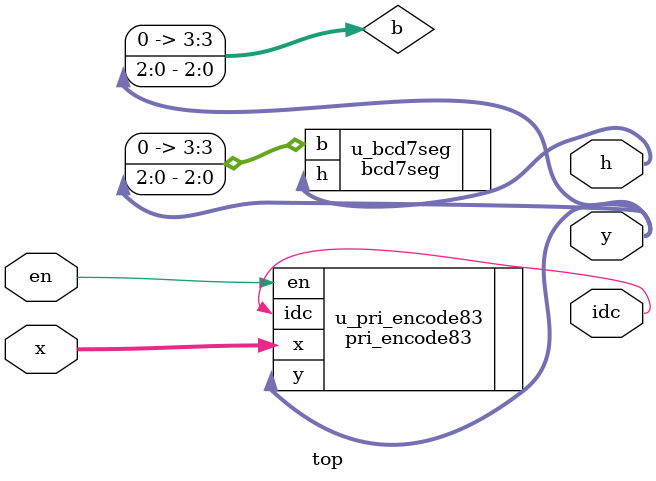
<source format=v>
module top (
        input  [7:0] x,
        input  en,
        output reg [6:0] h,
        output idc,
        output reg [2:0]y
    );

    pri_encode83 u_pri_encode83(
                     .x   (x  ),
                     .en  (en ),
                     .idc (idc),
                     .y   (y  )
                 );
    wire [3:0] b;
    assign b = y;
    bcd7seg u_bcd7seg(
                .b(b),
                .h(h)
            );


endmodule //top

</source>
